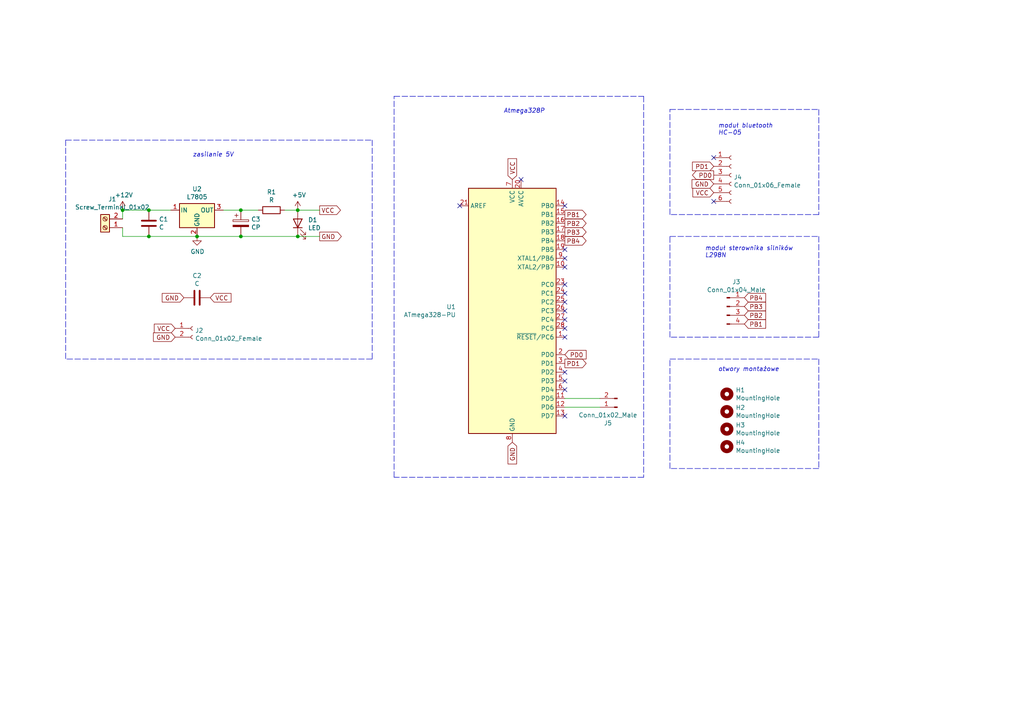
<source format=kicad_sch>
(kicad_sch (version 20211123) (generator eeschema)

  (uuid 8e06ba1f-e3ba-4eb9-a10e-887dffd566d6)

  (paper "A4")

  (lib_symbols
    (symbol "Connector:Conn_01x02_Female" (pin_names (offset 1.016) hide) (in_bom yes) (on_board yes)
      (property "Reference" "J" (id 0) (at 0 2.54 0)
        (effects (font (size 1.27 1.27)))
      )
      (property "Value" "Conn_01x02_Female" (id 1) (at 0 -5.08 0)
        (effects (font (size 1.27 1.27)))
      )
      (property "Footprint" "" (id 2) (at 0 0 0)
        (effects (font (size 1.27 1.27)) hide)
      )
      (property "Datasheet" "~" (id 3) (at 0 0 0)
        (effects (font (size 1.27 1.27)) hide)
      )
      (property "ki_keywords" "connector" (id 4) (at 0 0 0)
        (effects (font (size 1.27 1.27)) hide)
      )
      (property "ki_description" "Generic connector, single row, 01x02, script generated (kicad-library-utils/schlib/autogen/connector/)" (id 5) (at 0 0 0)
        (effects (font (size 1.27 1.27)) hide)
      )
      (property "ki_fp_filters" "Connector*:*_1x??_*" (id 6) (at 0 0 0)
        (effects (font (size 1.27 1.27)) hide)
      )
      (symbol "Conn_01x02_Female_1_1"
        (arc (start 0 -2.032) (mid -0.508 -2.54) (end 0 -3.048)
          (stroke (width 0.1524) (type default) (color 0 0 0 0))
          (fill (type none))
        )
        (polyline
          (pts
            (xy -1.27 -2.54)
            (xy -0.508 -2.54)
          )
          (stroke (width 0.1524) (type default) (color 0 0 0 0))
          (fill (type none))
        )
        (polyline
          (pts
            (xy -1.27 0)
            (xy -0.508 0)
          )
          (stroke (width 0.1524) (type default) (color 0 0 0 0))
          (fill (type none))
        )
        (arc (start 0 0.508) (mid -0.508 0) (end 0 -0.508)
          (stroke (width 0.1524) (type default) (color 0 0 0 0))
          (fill (type none))
        )
        (pin passive line (at -5.08 0 0) (length 3.81)
          (name "Pin_1" (effects (font (size 1.27 1.27))))
          (number "1" (effects (font (size 1.27 1.27))))
        )
        (pin passive line (at -5.08 -2.54 0) (length 3.81)
          (name "Pin_2" (effects (font (size 1.27 1.27))))
          (number "2" (effects (font (size 1.27 1.27))))
        )
      )
    )
    (symbol "Connector:Conn_01x02_Male" (pin_names (offset 1.016) hide) (in_bom yes) (on_board yes)
      (property "Reference" "J" (id 0) (at 0 2.54 0)
        (effects (font (size 1.27 1.27)))
      )
      (property "Value" "Conn_01x02_Male" (id 1) (at 0 -5.08 0)
        (effects (font (size 1.27 1.27)))
      )
      (property "Footprint" "" (id 2) (at 0 0 0)
        (effects (font (size 1.27 1.27)) hide)
      )
      (property "Datasheet" "~" (id 3) (at 0 0 0)
        (effects (font (size 1.27 1.27)) hide)
      )
      (property "ki_keywords" "connector" (id 4) (at 0 0 0)
        (effects (font (size 1.27 1.27)) hide)
      )
      (property "ki_description" "Generic connector, single row, 01x02, script generated (kicad-library-utils/schlib/autogen/connector/)" (id 5) (at 0 0 0)
        (effects (font (size 1.27 1.27)) hide)
      )
      (property "ki_fp_filters" "Connector*:*_1x??_*" (id 6) (at 0 0 0)
        (effects (font (size 1.27 1.27)) hide)
      )
      (symbol "Conn_01x02_Male_1_1"
        (polyline
          (pts
            (xy 1.27 -2.54)
            (xy 0.8636 -2.54)
          )
          (stroke (width 0.1524) (type default) (color 0 0 0 0))
          (fill (type none))
        )
        (polyline
          (pts
            (xy 1.27 0)
            (xy 0.8636 0)
          )
          (stroke (width 0.1524) (type default) (color 0 0 0 0))
          (fill (type none))
        )
        (rectangle (start 0.8636 -2.413) (end 0 -2.667)
          (stroke (width 0.1524) (type default) (color 0 0 0 0))
          (fill (type outline))
        )
        (rectangle (start 0.8636 0.127) (end 0 -0.127)
          (stroke (width 0.1524) (type default) (color 0 0 0 0))
          (fill (type outline))
        )
        (pin passive line (at 5.08 0 180) (length 3.81)
          (name "Pin_1" (effects (font (size 1.27 1.27))))
          (number "1" (effects (font (size 1.27 1.27))))
        )
        (pin passive line (at 5.08 -2.54 180) (length 3.81)
          (name "Pin_2" (effects (font (size 1.27 1.27))))
          (number "2" (effects (font (size 1.27 1.27))))
        )
      )
    )
    (symbol "Connector:Conn_01x04_Male" (pin_names (offset 1.016) hide) (in_bom yes) (on_board yes)
      (property "Reference" "J" (id 0) (at 0 5.08 0)
        (effects (font (size 1.27 1.27)))
      )
      (property "Value" "Conn_01x04_Male" (id 1) (at 0 -7.62 0)
        (effects (font (size 1.27 1.27)))
      )
      (property "Footprint" "" (id 2) (at 0 0 0)
        (effects (font (size 1.27 1.27)) hide)
      )
      (property "Datasheet" "~" (id 3) (at 0 0 0)
        (effects (font (size 1.27 1.27)) hide)
      )
      (property "ki_keywords" "connector" (id 4) (at 0 0 0)
        (effects (font (size 1.27 1.27)) hide)
      )
      (property "ki_description" "Generic connector, single row, 01x04, script generated (kicad-library-utils/schlib/autogen/connector/)" (id 5) (at 0 0 0)
        (effects (font (size 1.27 1.27)) hide)
      )
      (property "ki_fp_filters" "Connector*:*_1x??_*" (id 6) (at 0 0 0)
        (effects (font (size 1.27 1.27)) hide)
      )
      (symbol "Conn_01x04_Male_1_1"
        (polyline
          (pts
            (xy 1.27 -5.08)
            (xy 0.8636 -5.08)
          )
          (stroke (width 0.1524) (type default) (color 0 0 0 0))
          (fill (type none))
        )
        (polyline
          (pts
            (xy 1.27 -2.54)
            (xy 0.8636 -2.54)
          )
          (stroke (width 0.1524) (type default) (color 0 0 0 0))
          (fill (type none))
        )
        (polyline
          (pts
            (xy 1.27 0)
            (xy 0.8636 0)
          )
          (stroke (width 0.1524) (type default) (color 0 0 0 0))
          (fill (type none))
        )
        (polyline
          (pts
            (xy 1.27 2.54)
            (xy 0.8636 2.54)
          )
          (stroke (width 0.1524) (type default) (color 0 0 0 0))
          (fill (type none))
        )
        (rectangle (start 0.8636 -4.953) (end 0 -5.207)
          (stroke (width 0.1524) (type default) (color 0 0 0 0))
          (fill (type outline))
        )
        (rectangle (start 0.8636 -2.413) (end 0 -2.667)
          (stroke (width 0.1524) (type default) (color 0 0 0 0))
          (fill (type outline))
        )
        (rectangle (start 0.8636 0.127) (end 0 -0.127)
          (stroke (width 0.1524) (type default) (color 0 0 0 0))
          (fill (type outline))
        )
        (rectangle (start 0.8636 2.667) (end 0 2.413)
          (stroke (width 0.1524) (type default) (color 0 0 0 0))
          (fill (type outline))
        )
        (pin passive line (at 5.08 2.54 180) (length 3.81)
          (name "Pin_1" (effects (font (size 1.27 1.27))))
          (number "1" (effects (font (size 1.27 1.27))))
        )
        (pin passive line (at 5.08 0 180) (length 3.81)
          (name "Pin_2" (effects (font (size 1.27 1.27))))
          (number "2" (effects (font (size 1.27 1.27))))
        )
        (pin passive line (at 5.08 -2.54 180) (length 3.81)
          (name "Pin_3" (effects (font (size 1.27 1.27))))
          (number "3" (effects (font (size 1.27 1.27))))
        )
        (pin passive line (at 5.08 -5.08 180) (length 3.81)
          (name "Pin_4" (effects (font (size 1.27 1.27))))
          (number "4" (effects (font (size 1.27 1.27))))
        )
      )
    )
    (symbol "Connector:Conn_01x06_Female" (pin_names (offset 1.016) hide) (in_bom yes) (on_board yes)
      (property "Reference" "J" (id 0) (at 0 7.62 0)
        (effects (font (size 1.27 1.27)))
      )
      (property "Value" "Conn_01x06_Female" (id 1) (at 0 -10.16 0)
        (effects (font (size 1.27 1.27)))
      )
      (property "Footprint" "" (id 2) (at 0 0 0)
        (effects (font (size 1.27 1.27)) hide)
      )
      (property "Datasheet" "~" (id 3) (at 0 0 0)
        (effects (font (size 1.27 1.27)) hide)
      )
      (property "ki_keywords" "connector" (id 4) (at 0 0 0)
        (effects (font (size 1.27 1.27)) hide)
      )
      (property "ki_description" "Generic connector, single row, 01x06, script generated (kicad-library-utils/schlib/autogen/connector/)" (id 5) (at 0 0 0)
        (effects (font (size 1.27 1.27)) hide)
      )
      (property "ki_fp_filters" "Connector*:*_1x??_*" (id 6) (at 0 0 0)
        (effects (font (size 1.27 1.27)) hide)
      )
      (symbol "Conn_01x06_Female_1_1"
        (arc (start 0 -7.112) (mid -0.508 -7.62) (end 0 -8.128)
          (stroke (width 0.1524) (type default) (color 0 0 0 0))
          (fill (type none))
        )
        (arc (start 0 -4.572) (mid -0.508 -5.08) (end 0 -5.588)
          (stroke (width 0.1524) (type default) (color 0 0 0 0))
          (fill (type none))
        )
        (arc (start 0 -2.032) (mid -0.508 -2.54) (end 0 -3.048)
          (stroke (width 0.1524) (type default) (color 0 0 0 0))
          (fill (type none))
        )
        (polyline
          (pts
            (xy -1.27 -7.62)
            (xy -0.508 -7.62)
          )
          (stroke (width 0.1524) (type default) (color 0 0 0 0))
          (fill (type none))
        )
        (polyline
          (pts
            (xy -1.27 -5.08)
            (xy -0.508 -5.08)
          )
          (stroke (width 0.1524) (type default) (color 0 0 0 0))
          (fill (type none))
        )
        (polyline
          (pts
            (xy -1.27 -2.54)
            (xy -0.508 -2.54)
          )
          (stroke (width 0.1524) (type default) (color 0 0 0 0))
          (fill (type none))
        )
        (polyline
          (pts
            (xy -1.27 0)
            (xy -0.508 0)
          )
          (stroke (width 0.1524) (type default) (color 0 0 0 0))
          (fill (type none))
        )
        (polyline
          (pts
            (xy -1.27 2.54)
            (xy -0.508 2.54)
          )
          (stroke (width 0.1524) (type default) (color 0 0 0 0))
          (fill (type none))
        )
        (polyline
          (pts
            (xy -1.27 5.08)
            (xy -0.508 5.08)
          )
          (stroke (width 0.1524) (type default) (color 0 0 0 0))
          (fill (type none))
        )
        (arc (start 0 0.508) (mid -0.508 0) (end 0 -0.508)
          (stroke (width 0.1524) (type default) (color 0 0 0 0))
          (fill (type none))
        )
        (arc (start 0 3.048) (mid -0.508 2.54) (end 0 2.032)
          (stroke (width 0.1524) (type default) (color 0 0 0 0))
          (fill (type none))
        )
        (arc (start 0 5.588) (mid -0.508 5.08) (end 0 4.572)
          (stroke (width 0.1524) (type default) (color 0 0 0 0))
          (fill (type none))
        )
        (pin passive line (at -5.08 5.08 0) (length 3.81)
          (name "Pin_1" (effects (font (size 1.27 1.27))))
          (number "1" (effects (font (size 1.27 1.27))))
        )
        (pin passive line (at -5.08 2.54 0) (length 3.81)
          (name "Pin_2" (effects (font (size 1.27 1.27))))
          (number "2" (effects (font (size 1.27 1.27))))
        )
        (pin passive line (at -5.08 0 0) (length 3.81)
          (name "Pin_3" (effects (font (size 1.27 1.27))))
          (number "3" (effects (font (size 1.27 1.27))))
        )
        (pin passive line (at -5.08 -2.54 0) (length 3.81)
          (name "Pin_4" (effects (font (size 1.27 1.27))))
          (number "4" (effects (font (size 1.27 1.27))))
        )
        (pin passive line (at -5.08 -5.08 0) (length 3.81)
          (name "Pin_5" (effects (font (size 1.27 1.27))))
          (number "5" (effects (font (size 1.27 1.27))))
        )
        (pin passive line (at -5.08 -7.62 0) (length 3.81)
          (name "Pin_6" (effects (font (size 1.27 1.27))))
          (number "6" (effects (font (size 1.27 1.27))))
        )
      )
    )
    (symbol "Connector:Screw_Terminal_01x02" (pin_names (offset 1.016) hide) (in_bom yes) (on_board yes)
      (property "Reference" "J" (id 0) (at 0 2.54 0)
        (effects (font (size 1.27 1.27)))
      )
      (property "Value" "Screw_Terminal_01x02" (id 1) (at 0 -5.08 0)
        (effects (font (size 1.27 1.27)))
      )
      (property "Footprint" "" (id 2) (at 0 0 0)
        (effects (font (size 1.27 1.27)) hide)
      )
      (property "Datasheet" "~" (id 3) (at 0 0 0)
        (effects (font (size 1.27 1.27)) hide)
      )
      (property "ki_keywords" "screw terminal" (id 4) (at 0 0 0)
        (effects (font (size 1.27 1.27)) hide)
      )
      (property "ki_description" "Generic screw terminal, single row, 01x02, script generated (kicad-library-utils/schlib/autogen/connector/)" (id 5) (at 0 0 0)
        (effects (font (size 1.27 1.27)) hide)
      )
      (property "ki_fp_filters" "TerminalBlock*:*" (id 6) (at 0 0 0)
        (effects (font (size 1.27 1.27)) hide)
      )
      (symbol "Screw_Terminal_01x02_1_1"
        (rectangle (start -1.27 1.27) (end 1.27 -3.81)
          (stroke (width 0.254) (type default) (color 0 0 0 0))
          (fill (type background))
        )
        (circle (center 0 -2.54) (radius 0.635)
          (stroke (width 0.1524) (type default) (color 0 0 0 0))
          (fill (type none))
        )
        (polyline
          (pts
            (xy -0.5334 -2.2098)
            (xy 0.3302 -3.048)
          )
          (stroke (width 0.1524) (type default) (color 0 0 0 0))
          (fill (type none))
        )
        (polyline
          (pts
            (xy -0.5334 0.3302)
            (xy 0.3302 -0.508)
          )
          (stroke (width 0.1524) (type default) (color 0 0 0 0))
          (fill (type none))
        )
        (polyline
          (pts
            (xy -0.3556 -2.032)
            (xy 0.508 -2.8702)
          )
          (stroke (width 0.1524) (type default) (color 0 0 0 0))
          (fill (type none))
        )
        (polyline
          (pts
            (xy -0.3556 0.508)
            (xy 0.508 -0.3302)
          )
          (stroke (width 0.1524) (type default) (color 0 0 0 0))
          (fill (type none))
        )
        (circle (center 0 0) (radius 0.635)
          (stroke (width 0.1524) (type default) (color 0 0 0 0))
          (fill (type none))
        )
        (pin passive line (at -5.08 0 0) (length 3.81)
          (name "Pin_1" (effects (font (size 1.27 1.27))))
          (number "1" (effects (font (size 1.27 1.27))))
        )
        (pin passive line (at -5.08 -2.54 0) (length 3.81)
          (name "Pin_2" (effects (font (size 1.27 1.27))))
          (number "2" (effects (font (size 1.27 1.27))))
        )
      )
    )
    (symbol "Device:C" (pin_numbers hide) (pin_names (offset 0.254)) (in_bom yes) (on_board yes)
      (property "Reference" "C" (id 0) (at 0.635 2.54 0)
        (effects (font (size 1.27 1.27)) (justify left))
      )
      (property "Value" "C" (id 1) (at 0.635 -2.54 0)
        (effects (font (size 1.27 1.27)) (justify left))
      )
      (property "Footprint" "" (id 2) (at 0.9652 -3.81 0)
        (effects (font (size 1.27 1.27)) hide)
      )
      (property "Datasheet" "~" (id 3) (at 0 0 0)
        (effects (font (size 1.27 1.27)) hide)
      )
      (property "ki_keywords" "cap capacitor" (id 4) (at 0 0 0)
        (effects (font (size 1.27 1.27)) hide)
      )
      (property "ki_description" "Unpolarized capacitor" (id 5) (at 0 0 0)
        (effects (font (size 1.27 1.27)) hide)
      )
      (property "ki_fp_filters" "C_*" (id 6) (at 0 0 0)
        (effects (font (size 1.27 1.27)) hide)
      )
      (symbol "C_0_1"
        (polyline
          (pts
            (xy -2.032 -0.762)
            (xy 2.032 -0.762)
          )
          (stroke (width 0.508) (type default) (color 0 0 0 0))
          (fill (type none))
        )
        (polyline
          (pts
            (xy -2.032 0.762)
            (xy 2.032 0.762)
          )
          (stroke (width 0.508) (type default) (color 0 0 0 0))
          (fill (type none))
        )
      )
      (symbol "C_1_1"
        (pin passive line (at 0 3.81 270) (length 2.794)
          (name "~" (effects (font (size 1.27 1.27))))
          (number "1" (effects (font (size 1.27 1.27))))
        )
        (pin passive line (at 0 -3.81 90) (length 2.794)
          (name "~" (effects (font (size 1.27 1.27))))
          (number "2" (effects (font (size 1.27 1.27))))
        )
      )
    )
    (symbol "Device:CP" (pin_numbers hide) (pin_names (offset 0.254)) (in_bom yes) (on_board yes)
      (property "Reference" "C" (id 0) (at 0.635 2.54 0)
        (effects (font (size 1.27 1.27)) (justify left))
      )
      (property "Value" "Device_CP" (id 1) (at 0.635 -2.54 0)
        (effects (font (size 1.27 1.27)) (justify left))
      )
      (property "Footprint" "" (id 2) (at 0.9652 -3.81 0)
        (effects (font (size 1.27 1.27)) hide)
      )
      (property "Datasheet" "" (id 3) (at 0 0 0)
        (effects (font (size 1.27 1.27)) hide)
      )
      (property "ki_fp_filters" "CP_*" (id 4) (at 0 0 0)
        (effects (font (size 1.27 1.27)) hide)
      )
      (symbol "CP_0_1"
        (rectangle (start -2.286 0.508) (end 2.286 1.016)
          (stroke (width 0) (type default) (color 0 0 0 0))
          (fill (type none))
        )
        (polyline
          (pts
            (xy -1.778 2.286)
            (xy -0.762 2.286)
          )
          (stroke (width 0) (type default) (color 0 0 0 0))
          (fill (type none))
        )
        (polyline
          (pts
            (xy -1.27 2.794)
            (xy -1.27 1.778)
          )
          (stroke (width 0) (type default) (color 0 0 0 0))
          (fill (type none))
        )
        (rectangle (start 2.286 -0.508) (end -2.286 -1.016)
          (stroke (width 0) (type default) (color 0 0 0 0))
          (fill (type outline))
        )
      )
      (symbol "CP_1_1"
        (pin passive line (at 0 3.81 270) (length 2.794)
          (name "~" (effects (font (size 1.27 1.27))))
          (number "1" (effects (font (size 1.27 1.27))))
        )
        (pin passive line (at 0 -3.81 90) (length 2.794)
          (name "~" (effects (font (size 1.27 1.27))))
          (number "2" (effects (font (size 1.27 1.27))))
        )
      )
    )
    (symbol "Device:LED" (pin_numbers hide) (pin_names (offset 1.016) hide) (in_bom yes) (on_board yes)
      (property "Reference" "D" (id 0) (at 0 2.54 0)
        (effects (font (size 1.27 1.27)))
      )
      (property "Value" "LED" (id 1) (at 0 -2.54 0)
        (effects (font (size 1.27 1.27)))
      )
      (property "Footprint" "" (id 2) (at 0 0 0)
        (effects (font (size 1.27 1.27)) hide)
      )
      (property "Datasheet" "~" (id 3) (at 0 0 0)
        (effects (font (size 1.27 1.27)) hide)
      )
      (property "ki_keywords" "LED diode" (id 4) (at 0 0 0)
        (effects (font (size 1.27 1.27)) hide)
      )
      (property "ki_description" "Light emitting diode" (id 5) (at 0 0 0)
        (effects (font (size 1.27 1.27)) hide)
      )
      (property "ki_fp_filters" "LED* LED_SMD:* LED_THT:*" (id 6) (at 0 0 0)
        (effects (font (size 1.27 1.27)) hide)
      )
      (symbol "LED_0_1"
        (polyline
          (pts
            (xy -1.27 -1.27)
            (xy -1.27 1.27)
          )
          (stroke (width 0.254) (type default) (color 0 0 0 0))
          (fill (type none))
        )
        (polyline
          (pts
            (xy -1.27 0)
            (xy 1.27 0)
          )
          (stroke (width 0) (type default) (color 0 0 0 0))
          (fill (type none))
        )
        (polyline
          (pts
            (xy 1.27 -1.27)
            (xy 1.27 1.27)
            (xy -1.27 0)
            (xy 1.27 -1.27)
          )
          (stroke (width 0.254) (type default) (color 0 0 0 0))
          (fill (type none))
        )
        (polyline
          (pts
            (xy -3.048 -0.762)
            (xy -4.572 -2.286)
            (xy -3.81 -2.286)
            (xy -4.572 -2.286)
            (xy -4.572 -1.524)
          )
          (stroke (width 0) (type default) (color 0 0 0 0))
          (fill (type none))
        )
        (polyline
          (pts
            (xy -1.778 -0.762)
            (xy -3.302 -2.286)
            (xy -2.54 -2.286)
            (xy -3.302 -2.286)
            (xy -3.302 -1.524)
          )
          (stroke (width 0) (type default) (color 0 0 0 0))
          (fill (type none))
        )
      )
      (symbol "LED_1_1"
        (pin passive line (at -3.81 0 0) (length 2.54)
          (name "K" (effects (font (size 1.27 1.27))))
          (number "1" (effects (font (size 1.27 1.27))))
        )
        (pin passive line (at 3.81 0 180) (length 2.54)
          (name "A" (effects (font (size 1.27 1.27))))
          (number "2" (effects (font (size 1.27 1.27))))
        )
      )
    )
    (symbol "Device:R" (pin_numbers hide) (pin_names (offset 0)) (in_bom yes) (on_board yes)
      (property "Reference" "R" (id 0) (at 2.032 0 90)
        (effects (font (size 1.27 1.27)))
      )
      (property "Value" "R" (id 1) (at 0 0 90)
        (effects (font (size 1.27 1.27)))
      )
      (property "Footprint" "" (id 2) (at -1.778 0 90)
        (effects (font (size 1.27 1.27)) hide)
      )
      (property "Datasheet" "~" (id 3) (at 0 0 0)
        (effects (font (size 1.27 1.27)) hide)
      )
      (property "ki_keywords" "R res resistor" (id 4) (at 0 0 0)
        (effects (font (size 1.27 1.27)) hide)
      )
      (property "ki_description" "Resistor" (id 5) (at 0 0 0)
        (effects (font (size 1.27 1.27)) hide)
      )
      (property "ki_fp_filters" "R_*" (id 6) (at 0 0 0)
        (effects (font (size 1.27 1.27)) hide)
      )
      (symbol "R_0_1"
        (rectangle (start -1.016 -2.54) (end 1.016 2.54)
          (stroke (width 0.254) (type default) (color 0 0 0 0))
          (fill (type none))
        )
      )
      (symbol "R_1_1"
        (pin passive line (at 0 3.81 270) (length 1.27)
          (name "~" (effects (font (size 1.27 1.27))))
          (number "1" (effects (font (size 1.27 1.27))))
        )
        (pin passive line (at 0 -3.81 90) (length 1.27)
          (name "~" (effects (font (size 1.27 1.27))))
          (number "2" (effects (font (size 1.27 1.27))))
        )
      )
    )
    (symbol "MCU_Microchip_ATmega:ATmega328P-P" (in_bom yes) (on_board yes)
      (property "Reference" "U" (id 0) (at -12.7 36.83 0)
        (effects (font (size 1.27 1.27)) (justify left bottom))
      )
      (property "Value" "ATmega328P-P" (id 1) (at 2.54 -36.83 0)
        (effects (font (size 1.27 1.27)) (justify left top))
      )
      (property "Footprint" "Package_DIP:DIP-28_W7.62mm" (id 2) (at 0 0 0)
        (effects (font (size 1.27 1.27) italic) hide)
      )
      (property "Datasheet" "http://ww1.microchip.com/downloads/en/DeviceDoc/ATmega328_P%20AVR%20MCU%20with%20picoPower%20Technology%20Data%20Sheet%2040001984A.pdf" (id 3) (at 0 0 0)
        (effects (font (size 1.27 1.27)) hide)
      )
      (property "ki_keywords" "AVR 8bit Microcontroller MegaAVR PicoPower" (id 4) (at 0 0 0)
        (effects (font (size 1.27 1.27)) hide)
      )
      (property "ki_description" "20MHz, 32kB Flash, 2kB SRAM, 1kB EEPROM, DIP-28" (id 5) (at 0 0 0)
        (effects (font (size 1.27 1.27)) hide)
      )
      (property "ki_fp_filters" "DIP*W7.62mm*" (id 6) (at 0 0 0)
        (effects (font (size 1.27 1.27)) hide)
      )
      (symbol "ATmega328P-P_0_1"
        (rectangle (start -12.7 -35.56) (end 12.7 35.56)
          (stroke (width 0.254) (type default) (color 0 0 0 0))
          (fill (type background))
        )
      )
      (symbol "ATmega328P-P_1_1"
        (pin bidirectional line (at 15.24 -7.62 180) (length 2.54)
          (name "~{RESET}/PC6" (effects (font (size 1.27 1.27))))
          (number "1" (effects (font (size 1.27 1.27))))
        )
        (pin bidirectional line (at 15.24 12.7 180) (length 2.54)
          (name "XTAL2/PB7" (effects (font (size 1.27 1.27))))
          (number "10" (effects (font (size 1.27 1.27))))
        )
        (pin bidirectional line (at 15.24 -25.4 180) (length 2.54)
          (name "PD5" (effects (font (size 1.27 1.27))))
          (number "11" (effects (font (size 1.27 1.27))))
        )
        (pin bidirectional line (at 15.24 -27.94 180) (length 2.54)
          (name "PD6" (effects (font (size 1.27 1.27))))
          (number "12" (effects (font (size 1.27 1.27))))
        )
        (pin bidirectional line (at 15.24 -30.48 180) (length 2.54)
          (name "PD7" (effects (font (size 1.27 1.27))))
          (number "13" (effects (font (size 1.27 1.27))))
        )
        (pin bidirectional line (at 15.24 30.48 180) (length 2.54)
          (name "PB0" (effects (font (size 1.27 1.27))))
          (number "14" (effects (font (size 1.27 1.27))))
        )
        (pin bidirectional line (at 15.24 27.94 180) (length 2.54)
          (name "PB1" (effects (font (size 1.27 1.27))))
          (number "15" (effects (font (size 1.27 1.27))))
        )
        (pin bidirectional line (at 15.24 25.4 180) (length 2.54)
          (name "PB2" (effects (font (size 1.27 1.27))))
          (number "16" (effects (font (size 1.27 1.27))))
        )
        (pin bidirectional line (at 15.24 22.86 180) (length 2.54)
          (name "PB3" (effects (font (size 1.27 1.27))))
          (number "17" (effects (font (size 1.27 1.27))))
        )
        (pin bidirectional line (at 15.24 20.32 180) (length 2.54)
          (name "PB4" (effects (font (size 1.27 1.27))))
          (number "18" (effects (font (size 1.27 1.27))))
        )
        (pin bidirectional line (at 15.24 17.78 180) (length 2.54)
          (name "PB5" (effects (font (size 1.27 1.27))))
          (number "19" (effects (font (size 1.27 1.27))))
        )
        (pin bidirectional line (at 15.24 -12.7 180) (length 2.54)
          (name "PD0" (effects (font (size 1.27 1.27))))
          (number "2" (effects (font (size 1.27 1.27))))
        )
        (pin power_in line (at 2.54 38.1 270) (length 2.54)
          (name "AVCC" (effects (font (size 1.27 1.27))))
          (number "20" (effects (font (size 1.27 1.27))))
        )
        (pin passive line (at -15.24 30.48 0) (length 2.54)
          (name "AREF" (effects (font (size 1.27 1.27))))
          (number "21" (effects (font (size 1.27 1.27))))
        )
        (pin passive line (at 0 -38.1 90) (length 2.54) hide
          (name "GND" (effects (font (size 1.27 1.27))))
          (number "22" (effects (font (size 1.27 1.27))))
        )
        (pin bidirectional line (at 15.24 7.62 180) (length 2.54)
          (name "PC0" (effects (font (size 1.27 1.27))))
          (number "23" (effects (font (size 1.27 1.27))))
        )
        (pin bidirectional line (at 15.24 5.08 180) (length 2.54)
          (name "PC1" (effects (font (size 1.27 1.27))))
          (number "24" (effects (font (size 1.27 1.27))))
        )
        (pin bidirectional line (at 15.24 2.54 180) (length 2.54)
          (name "PC2" (effects (font (size 1.27 1.27))))
          (number "25" (effects (font (size 1.27 1.27))))
        )
        (pin bidirectional line (at 15.24 0 180) (length 2.54)
          (name "PC3" (effects (font (size 1.27 1.27))))
          (number "26" (effects (font (size 1.27 1.27))))
        )
        (pin bidirectional line (at 15.24 -2.54 180) (length 2.54)
          (name "PC4" (effects (font (size 1.27 1.27))))
          (number "27" (effects (font (size 1.27 1.27))))
        )
        (pin bidirectional line (at 15.24 -5.08 180) (length 2.54)
          (name "PC5" (effects (font (size 1.27 1.27))))
          (number "28" (effects (font (size 1.27 1.27))))
        )
        (pin bidirectional line (at 15.24 -15.24 180) (length 2.54)
          (name "PD1" (effects (font (size 1.27 1.27))))
          (number "3" (effects (font (size 1.27 1.27))))
        )
        (pin bidirectional line (at 15.24 -17.78 180) (length 2.54)
          (name "PD2" (effects (font (size 1.27 1.27))))
          (number "4" (effects (font (size 1.27 1.27))))
        )
        (pin bidirectional line (at 15.24 -20.32 180) (length 2.54)
          (name "PD3" (effects (font (size 1.27 1.27))))
          (number "5" (effects (font (size 1.27 1.27))))
        )
        (pin bidirectional line (at 15.24 -22.86 180) (length 2.54)
          (name "PD4" (effects (font (size 1.27 1.27))))
          (number "6" (effects (font (size 1.27 1.27))))
        )
        (pin power_in line (at 0 38.1 270) (length 2.54)
          (name "VCC" (effects (font (size 1.27 1.27))))
          (number "7" (effects (font (size 1.27 1.27))))
        )
        (pin power_in line (at 0 -38.1 90) (length 2.54)
          (name "GND" (effects (font (size 1.27 1.27))))
          (number "8" (effects (font (size 1.27 1.27))))
        )
        (pin bidirectional line (at 15.24 15.24 180) (length 2.54)
          (name "XTAL1/PB6" (effects (font (size 1.27 1.27))))
          (number "9" (effects (font (size 1.27 1.27))))
        )
      )
    )
    (symbol "Mechanical:MountingHole" (pin_names (offset 1.016)) (in_bom yes) (on_board yes)
      (property "Reference" "H" (id 0) (at 0 5.08 0)
        (effects (font (size 1.27 1.27)))
      )
      (property "Value" "MountingHole" (id 1) (at 0 3.175 0)
        (effects (font (size 1.27 1.27)))
      )
      (property "Footprint" "" (id 2) (at 0 0 0)
        (effects (font (size 1.27 1.27)) hide)
      )
      (property "Datasheet" "~" (id 3) (at 0 0 0)
        (effects (font (size 1.27 1.27)) hide)
      )
      (property "ki_keywords" "mounting hole" (id 4) (at 0 0 0)
        (effects (font (size 1.27 1.27)) hide)
      )
      (property "ki_description" "Mounting Hole without connection" (id 5) (at 0 0 0)
        (effects (font (size 1.27 1.27)) hide)
      )
      (property "ki_fp_filters" "MountingHole*" (id 6) (at 0 0 0)
        (effects (font (size 1.27 1.27)) hide)
      )
      (symbol "MountingHole_0_1"
        (circle (center 0 0) (radius 1.27)
          (stroke (width 1.27) (type default) (color 0 0 0 0))
          (fill (type none))
        )
      )
    )
    (symbol "Regulator_Linear:L7805" (pin_names (offset 0.254)) (in_bom yes) (on_board yes)
      (property "Reference" "U" (id 0) (at -3.81 3.175 0)
        (effects (font (size 1.27 1.27)))
      )
      (property "Value" "L7805" (id 1) (at 0 3.175 0)
        (effects (font (size 1.27 1.27)) (justify left))
      )
      (property "Footprint" "" (id 2) (at 0.635 -3.81 0)
        (effects (font (size 1.27 1.27) italic) (justify left) hide)
      )
      (property "Datasheet" "http://www.st.com/content/ccc/resource/technical/document/datasheet/41/4f/b3/b0/12/d4/47/88/CD00000444.pdf/files/CD00000444.pdf/jcr:content/translations/en.CD00000444.pdf" (id 3) (at 0 -1.27 0)
        (effects (font (size 1.27 1.27)) hide)
      )
      (property "ki_keywords" "Voltage Regulator 1.5A Positive" (id 4) (at 0 0 0)
        (effects (font (size 1.27 1.27)) hide)
      )
      (property "ki_description" "Positive 1.5A 35V Linear Regulator, Fixed Output 5V, TO-220/TO-263/TO-252" (id 5) (at 0 0 0)
        (effects (font (size 1.27 1.27)) hide)
      )
      (property "ki_fp_filters" "TO?252* TO?263* TO?220*" (id 6) (at 0 0 0)
        (effects (font (size 1.27 1.27)) hide)
      )
      (symbol "L7805_0_1"
        (rectangle (start -5.08 1.905) (end 5.08 -5.08)
          (stroke (width 0.254) (type default) (color 0 0 0 0))
          (fill (type background))
        )
      )
      (symbol "L7805_1_1"
        (pin power_in line (at -7.62 0 0) (length 2.54)
          (name "IN" (effects (font (size 1.27 1.27))))
          (number "1" (effects (font (size 1.27 1.27))))
        )
        (pin power_in line (at 0 -7.62 90) (length 2.54)
          (name "GND" (effects (font (size 1.27 1.27))))
          (number "2" (effects (font (size 1.27 1.27))))
        )
        (pin power_out line (at 7.62 0 180) (length 2.54)
          (name "OUT" (effects (font (size 1.27 1.27))))
          (number "3" (effects (font (size 1.27 1.27))))
        )
      )
    )
    (symbol "power:+12V" (power) (pin_names (offset 0)) (in_bom yes) (on_board yes)
      (property "Reference" "#PWR" (id 0) (at 0 -3.81 0)
        (effects (font (size 1.27 1.27)) hide)
      )
      (property "Value" "+12V" (id 1) (at 0 3.556 0)
        (effects (font (size 1.27 1.27)))
      )
      (property "Footprint" "" (id 2) (at 0 0 0)
        (effects (font (size 1.27 1.27)) hide)
      )
      (property "Datasheet" "" (id 3) (at 0 0 0)
        (effects (font (size 1.27 1.27)) hide)
      )
      (property "ki_keywords" "power-flag" (id 4) (at 0 0 0)
        (effects (font (size 1.27 1.27)) hide)
      )
      (property "ki_description" "Power symbol creates a global label with name \"+12V\"" (id 5) (at 0 0 0)
        (effects (font (size 1.27 1.27)) hide)
      )
      (symbol "+12V_0_1"
        (polyline
          (pts
            (xy -0.762 1.27)
            (xy 0 2.54)
          )
          (stroke (width 0) (type default) (color 0 0 0 0))
          (fill (type none))
        )
        (polyline
          (pts
            (xy 0 0)
            (xy 0 2.54)
          )
          (stroke (width 0) (type default) (color 0 0 0 0))
          (fill (type none))
        )
        (polyline
          (pts
            (xy 0 2.54)
            (xy 0.762 1.27)
          )
          (stroke (width 0) (type default) (color 0 0 0 0))
          (fill (type none))
        )
      )
      (symbol "+12V_1_1"
        (pin power_in line (at 0 0 90) (length 0) hide
          (name "+12V" (effects (font (size 1.27 1.27))))
          (number "1" (effects (font (size 1.27 1.27))))
        )
      )
    )
    (symbol "power:+5V" (power) (pin_names (offset 0)) (in_bom yes) (on_board yes)
      (property "Reference" "#PWR" (id 0) (at 0 -3.81 0)
        (effects (font (size 1.27 1.27)) hide)
      )
      (property "Value" "+5V" (id 1) (at 0 3.556 0)
        (effects (font (size 1.27 1.27)))
      )
      (property "Footprint" "" (id 2) (at 0 0 0)
        (effects (font (size 1.27 1.27)) hide)
      )
      (property "Datasheet" "" (id 3) (at 0 0 0)
        (effects (font (size 1.27 1.27)) hide)
      )
      (property "ki_keywords" "power-flag" (id 4) (at 0 0 0)
        (effects (font (size 1.27 1.27)) hide)
      )
      (property "ki_description" "Power symbol creates a global label with name \"+5V\"" (id 5) (at 0 0 0)
        (effects (font (size 1.27 1.27)) hide)
      )
      (symbol "+5V_0_1"
        (polyline
          (pts
            (xy -0.762 1.27)
            (xy 0 2.54)
          )
          (stroke (width 0) (type default) (color 0 0 0 0))
          (fill (type none))
        )
        (polyline
          (pts
            (xy 0 0)
            (xy 0 2.54)
          )
          (stroke (width 0) (type default) (color 0 0 0 0))
          (fill (type none))
        )
        (polyline
          (pts
            (xy 0 2.54)
            (xy 0.762 1.27)
          )
          (stroke (width 0) (type default) (color 0 0 0 0))
          (fill (type none))
        )
      )
      (symbol "+5V_1_1"
        (pin power_in line (at 0 0 90) (length 0) hide
          (name "+5V" (effects (font (size 1.27 1.27))))
          (number "1" (effects (font (size 1.27 1.27))))
        )
      )
    )
    (symbol "power:GND" (power) (pin_names (offset 0)) (in_bom yes) (on_board yes)
      (property "Reference" "#PWR" (id 0) (at 0 -6.35 0)
        (effects (font (size 1.27 1.27)) hide)
      )
      (property "Value" "GND" (id 1) (at 0 -3.81 0)
        (effects (font (size 1.27 1.27)))
      )
      (property "Footprint" "" (id 2) (at 0 0 0)
        (effects (font (size 1.27 1.27)) hide)
      )
      (property "Datasheet" "" (id 3) (at 0 0 0)
        (effects (font (size 1.27 1.27)) hide)
      )
      (property "ki_keywords" "power-flag" (id 4) (at 0 0 0)
        (effects (font (size 1.27 1.27)) hide)
      )
      (property "ki_description" "Power symbol creates a global label with name \"GND\" , ground" (id 5) (at 0 0 0)
        (effects (font (size 1.27 1.27)) hide)
      )
      (symbol "GND_0_1"
        (polyline
          (pts
            (xy 0 0)
            (xy 0 -1.27)
            (xy 1.27 -1.27)
            (xy 0 -2.54)
            (xy -1.27 -1.27)
            (xy 0 -1.27)
          )
          (stroke (width 0) (type default) (color 0 0 0 0))
          (fill (type none))
        )
      )
      (symbol "GND_1_1"
        (pin power_in line (at 0 0 270) (length 0) hide
          (name "GND" (effects (font (size 1.27 1.27))))
          (number "1" (effects (font (size 1.27 1.27))))
        )
      )
    )
  )

  (junction (at 69.85 60.96) (diameter 0) (color 0 0 0 0)
    (uuid 0c3dceba-7c95-4b3d-b590-0eb581444beb)
  )
  (junction (at 86.36 68.58) (diameter 0) (color 0 0 0 0)
    (uuid 5ca4be1c-537e-4a4a-b344-d0c8ffde8546)
  )
  (junction (at 69.85 68.58) (diameter 0) (color 0 0 0 0)
    (uuid 6595b9c7-02ee-4647-bde5-6b566e35163e)
  )
  (junction (at 35.56 60.96) (diameter 0) (color 0 0 0 0)
    (uuid 7a4ce4b3-518a-4819-b8b2-5127b3347c64)
  )
  (junction (at 86.36 60.96) (diameter 0) (color 0 0 0 0)
    (uuid 853ee787-6e2c-4f32-bc75-6c17337dd3d5)
  )
  (junction (at 43.18 68.58) (diameter 0) (color 0 0 0 0)
    (uuid 8a650ebf-3f78-4ca4-a26b-a5028693e36d)
  )
  (junction (at 57.15 68.58) (diameter 0) (color 0 0 0 0)
    (uuid b1c649b1-f44d-46c7-9dea-818e75a1b87e)
  )
  (junction (at 43.18 60.96) (diameter 0) (color 0 0 0 0)
    (uuid ca87f11b-5f48-4b57-8535-68d3ec2fe5a9)
  )

  (no_connect (at 163.83 92.71) (uuid 101ef598-601d-400e-9ef6-d655fbb1dbfa))
  (no_connect (at 163.83 113.03) (uuid 35a9f71f-ba35-47f6-814e-4106ac36c51e))
  (no_connect (at 163.83 59.69) (uuid 3a52f112-cb97-43db-aaeb-20afe27664d7))
  (no_connect (at 151.13 52.07) (uuid 41acfe41-fac7-432a-a7a3-946566e2d504))
  (no_connect (at 163.83 110.49) (uuid 5b34a16c-5a14-4291-8242-ea6d6ac54372))
  (no_connect (at 133.35 59.69) (uuid 644ae9fc-3c8e-4089-866e-a12bf371c3e9))
  (no_connect (at 163.83 82.55) (uuid 65134029-dbd2-409a-85a8-13c2a33ff019))
  (no_connect (at 207.01 58.42) (uuid 676efd2f-1c48-4786-9e4b-2444f1e8f6ff))
  (no_connect (at 163.83 97.79) (uuid 6781326c-6e0d-4753-8f28-0f5c687e01f9))
  (no_connect (at 163.83 85.09) (uuid 7f2301df-e4bc-479e-a681-cc59c9a2dbbb))
  (no_connect (at 163.83 90.17) (uuid 7f52d787-caa3-4a92-b1b2-19d554dc29a4))
  (no_connect (at 163.83 74.93) (uuid 8087f566-a94d-4bbc-985b-e49ee7762296))
  (no_connect (at 207.01 45.72) (uuid 8d9a3ecc-539f-41da-8099-d37cea9c28e7))
  (no_connect (at 163.83 77.47) (uuid 98c78427-acd5-4f90-9ad6-9f61c4809aec))
  (no_connect (at 163.83 87.63) (uuid a8447faf-e0a0-4c4a-ae53-4d4b28669151))
  (no_connect (at 163.83 120.65) (uuid c094494a-f6f7-43fc-a007-4951484ddf3a))
  (no_connect (at 163.83 107.95) (uuid c701ee8e-1214-4781-a973-17bef7b6e3eb))
  (no_connect (at 163.83 95.25) (uuid c8029a4c-945d-42ca-871a-dd73ff50a1a3))
  (no_connect (at 163.83 72.39) (uuid f4eb0267-179f-46c9-b516-9bfb06bac1ba))

  (polyline (pts (xy 194.31 68.58) (xy 237.49 68.58))
    (stroke (width 0) (type default) (color 0 0 0 0))
    (uuid 00052978-ab16-4209-8e13-9b91f299937b)
  )

  (wire (pts (xy 49.53 60.96) (xy 43.18 60.96))
    (stroke (width 0) (type default) (color 0 0 0 0))
    (uuid 01e9b6e7-adf9-4ee7-9447-a588630ee4a2)
  )
  (polyline (pts (xy 107.95 40.64) (xy 107.95 104.14))
    (stroke (width 0) (type default) (color 0 0 0 0))
    (uuid 0374cf45-75c1-4043-aee1-512a9ae0e6e0)
  )
  (polyline (pts (xy 194.31 104.14) (xy 237.49 104.14))
    (stroke (width 0) (type default) (color 0 0 0 0))
    (uuid 085f570a-c405-4fb1-9e0d-f6e50f432524)
  )

  (wire (pts (xy 173.99 115.57) (xy 163.83 115.57))
    (stroke (width 0) (type default) (color 0 0 0 0))
    (uuid 099096e4-8c2a-4d84-a16f-06b4b6330e7a)
  )
  (polyline (pts (xy 186.69 27.94) (xy 186.69 138.43))
    (stroke (width 0) (type default) (color 0 0 0 0))
    (uuid 120e1aa8-9a67-49c3-b7f4-3fbfe3c184a4)
  )

  (wire (pts (xy 35.56 60.96) (xy 35.56 63.5))
    (stroke (width 0) (type default) (color 0 0 0 0))
    (uuid 16bd6381-8ac0-4bf2-9dce-ecc20c724b8d)
  )
  (polyline (pts (xy 194.31 31.75) (xy 237.49 31.75))
    (stroke (width 0) (type default) (color 0 0 0 0))
    (uuid 17dff2a5-14b1-4b13-b0b5-dee2988a7fcc)
  )

  (wire (pts (xy 82.55 60.96) (xy 86.36 60.96))
    (stroke (width 0) (type default) (color 0 0 0 0))
    (uuid 182b2d54-931d-49d6-9f39-60a752623e36)
  )
  (polyline (pts (xy 194.31 135.89) (xy 194.31 104.14))
    (stroke (width 0) (type default) (color 0 0 0 0))
    (uuid 3008e0ea-6d09-4790-b9fe-b8fa88b95cdc)
  )
  (polyline (pts (xy 237.49 62.23) (xy 194.31 62.23))
    (stroke (width 0) (type default) (color 0 0 0 0))
    (uuid 3a8016a5-49dc-4231-b945-abb9970e1754)
  )
  (polyline (pts (xy 114.3 27.94) (xy 186.69 27.94))
    (stroke (width 0) (type default) (color 0 0 0 0))
    (uuid 3e4432f6-0922-4afd-9974-33a7f60aa7d0)
  )
  (polyline (pts (xy 237.49 135.89) (xy 194.31 135.89))
    (stroke (width 0) (type default) (color 0 0 0 0))
    (uuid 4d245710-376a-4401-93aa-e52189f87cb5)
  )

  (wire (pts (xy 35.56 68.58) (xy 43.18 68.58))
    (stroke (width 0) (type default) (color 0 0 0 0))
    (uuid 4f66b314-0f62-4fb6-8c3c-f9c6a75cd3ec)
  )
  (wire (pts (xy 86.36 68.58) (xy 92.71 68.58))
    (stroke (width 0) (type default) (color 0 0 0 0))
    (uuid 57c0c267-8bf9-4cc7-b734-d71a239ac313)
  )
  (polyline (pts (xy 19.05 40.64) (xy 107.95 40.64))
    (stroke (width 0) (type default) (color 0 0 0 0))
    (uuid 69ce9e94-1b70-4c76-a718-a6f29a66e1c8)
  )
  (polyline (pts (xy 237.49 104.14) (xy 237.49 135.89))
    (stroke (width 0) (type default) (color 0 0 0 0))
    (uuid 6f4a6e26-e72d-4b2e-a829-1b0ad7d5fc8d)
  )
  (polyline (pts (xy 237.49 68.58) (xy 237.49 97.79))
    (stroke (width 0) (type default) (color 0 0 0 0))
    (uuid 6fa0f962-c1fd-4616-b577-f309007f963f)
  )

  (wire (pts (xy 64.77 60.96) (xy 69.85 60.96))
    (stroke (width 0) (type default) (color 0 0 0 0))
    (uuid 730b670c-9bcf-4dcd-9a8d-fcaa61fb0955)
  )
  (wire (pts (xy 86.36 60.96) (xy 92.71 60.96))
    (stroke (width 0) (type default) (color 0 0 0 0))
    (uuid 7cee474b-af8f-4832-b07a-c43c1ab0b464)
  )
  (wire (pts (xy 43.18 68.58) (xy 57.15 68.58))
    (stroke (width 0) (type default) (color 0 0 0 0))
    (uuid 7d928d56-093a-4ca8-aed1-414b7e703b45)
  )
  (wire (pts (xy 35.56 60.96) (xy 43.18 60.96))
    (stroke (width 0) (type default) (color 0 0 0 0))
    (uuid 85b7594c-358f-454b-b2ad-dd0b1d67ed76)
  )
  (wire (pts (xy 173.99 118.11) (xy 163.83 118.11))
    (stroke (width 0) (type default) (color 0 0 0 0))
    (uuid 87d7448e-e139-4209-ae0b-372f805267da)
  )
  (polyline (pts (xy 194.31 97.79) (xy 194.31 68.58))
    (stroke (width 0) (type default) (color 0 0 0 0))
    (uuid 8d4aa018-7559-4b5c-b238-0fc2f07994aa)
  )

  (wire (pts (xy 57.15 68.58) (xy 69.85 68.58))
    (stroke (width 0) (type default) (color 0 0 0 0))
    (uuid 965308c8-e014-459a-b9db-b8493a601c62)
  )
  (wire (pts (xy 35.56 66.04) (xy 35.56 68.58))
    (stroke (width 0) (type default) (color 0 0 0 0))
    (uuid a5cd8da1-8f7f-4f80-bb23-0317de562222)
  )
  (wire (pts (xy 74.93 60.96) (xy 69.85 60.96))
    (stroke (width 0) (type default) (color 0 0 0 0))
    (uuid abe07c9a-17c3-43b5-b7a6-ae867ac27ea7)
  )
  (polyline (pts (xy 194.31 62.23) (xy 194.31 31.75))
    (stroke (width 0) (type default) (color 0 0 0 0))
    (uuid d9672846-edcf-4f3e-a895-ecf5c6b3690d)
  )
  (polyline (pts (xy 19.05 40.64) (xy 19.05 104.14))
    (stroke (width 0) (type default) (color 0 0 0 0))
    (uuid db36a603-e755-4367-98fb-776d9144df35)
  )
  (polyline (pts (xy 186.69 138.43) (xy 114.3 138.43))
    (stroke (width 0) (type default) (color 0 0 0 0))
    (uuid e3251fa3-a91e-46f6-af36-8ea4b47a72ad)
  )
  (polyline (pts (xy 107.95 104.14) (xy 19.05 104.14))
    (stroke (width 0) (type default) (color 0 0 0 0))
    (uuid edd435ea-9787-459b-9fe6-f96ac0660539)
  )
  (polyline (pts (xy 114.3 138.43) (xy 114.3 27.94))
    (stroke (width 0) (type default) (color 0 0 0 0))
    (uuid efd765e1-5ae9-4034-98f1-3de60d2a052e)
  )

  (wire (pts (xy 69.85 68.58) (xy 86.36 68.58))
    (stroke (width 0) (type default) (color 0 0 0 0))
    (uuid f3628265-0155-43e2-a467-c40ff783e265)
  )
  (polyline (pts (xy 237.49 97.79) (xy 194.31 97.79))
    (stroke (width 0) (type default) (color 0 0 0 0))
    (uuid f8cdeb63-9d1b-42aa-ae1e-cb86d9ec0277)
  )
  (polyline (pts (xy 237.49 31.75) (xy 237.49 62.23))
    (stroke (width 0) (type default) (color 0 0 0 0))
    (uuid fd7eb3ba-e2fe-42b9-a851-07218753eaf6)
  )

  (text "moduł sterownika silników\nL298N" (at 204.47 74.93 0)
    (effects (font (size 1.27 1.27) italic) (justify left bottom))
    (uuid 4ad0fe3c-0ec7-4986-8030-c5d897a1a4be)
  )
  (text "Atmega328P\n" (at 146.05 33.02 0)
    (effects (font (size 1.27 1.27) italic) (justify left bottom))
    (uuid 61888ccd-851b-4d85-a3eb-12c48925e32f)
  )
  (text "zasilanie 5V" (at 55.88 45.72 0)
    (effects (font (size 1.27 1.27) italic) (justify left bottom))
    (uuid 73b67cca-ade7-4308-8f38-d89d99ee2162)
  )
  (text "moduł bluetooth\nHC-05" (at 208.28 39.37 0)
    (effects (font (size 1.27 1.27) italic) (justify left bottom))
    (uuid a54ec8d2-bad4-47fb-b69f-e5f7c85f4b46)
  )
  (text "otwory montażowe" (at 208.28 107.95 0)
    (effects (font (size 1.27 1.27) italic) (justify left bottom))
    (uuid afdc36aa-0d77-4562-a677-9a4d3f4ab980)
  )

  (global_label "PB2" (shape input) (at 215.9 91.44 0) (fields_autoplaced)
    (effects (font (size 1.27 1.27)) (justify left))
    (uuid 097edb1b-8998-4e70-b670-bba125982348)
    (property "Intersheet References" "${INTERSHEET_REFS}" (id 0) (at 41.91 1.27 0)
      (effects (font (size 1.27 1.27)) hide)
    )
  )
  (global_label "PD0" (shape output) (at 207.01 50.8 180) (fields_autoplaced)
    (effects (font (size 1.27 1.27)) (justify right))
    (uuid 14c51520-6d91-4098-a59a-5121f2a898f7)
    (property "Intersheet References" "${INTERSHEET_REFS}" (id 0) (at 25.4 -50.8 0)
      (effects (font (size 1.27 1.27)) hide)
    )
  )
  (global_label "GND" (shape input) (at 53.34 86.36 180) (fields_autoplaced)
    (effects (font (size 1.27 1.27)) (justify right))
    (uuid 19c56563-5fe3-442a-885b-418dbc2421eb)
    (property "Intersheet References" "${INTERSHEET_REFS}" (id 0) (at -5.08 -8.89 0)
      (effects (font (size 1.27 1.27)) hide)
    )
  )
  (global_label "VCC" (shape input) (at 207.01 55.88 180) (fields_autoplaced)
    (effects (font (size 1.27 1.27)) (justify right))
    (uuid 240e5dac-6242-47a5-bbef-f76d11c715c0)
    (property "Intersheet References" "${INTERSHEET_REFS}" (id 0) (at 25.4 -50.8 0)
      (effects (font (size 1.27 1.27)) hide)
    )
  )
  (global_label "PD1" (shape output) (at 163.83 105.41 0) (fields_autoplaced)
    (effects (font (size 1.27 1.27)) (justify left))
    (uuid 29195ea4-8218-44a1-b4bf-466bee0082e4)
    (property "Intersheet References" "${INTERSHEET_REFS}" (id 0) (at 5.08 0 0)
      (effects (font (size 1.27 1.27)) hide)
    )
  )
  (global_label "VCC" (shape input) (at 50.8 95.25 180) (fields_autoplaced)
    (effects (font (size 1.27 1.27)) (justify right))
    (uuid 34a74736-156e-4bf3-9200-cd137cfa59da)
    (property "Intersheet References" "${INTERSHEET_REFS}" (id 0) (at -38.1 1.27 0)
      (effects (font (size 1.27 1.27)) hide)
    )
  )
  (global_label "PB2" (shape output) (at 163.83 64.77 0) (fields_autoplaced)
    (effects (font (size 1.27 1.27)) (justify left))
    (uuid 382ca670-6ae8-4de6-90f9-f241d1337171)
    (property "Intersheet References" "${INTERSHEET_REFS}" (id 0) (at 5.08 0 0)
      (effects (font (size 1.27 1.27)) hide)
    )
  )
  (global_label "PB3" (shape output) (at 163.83 67.31 0) (fields_autoplaced)
    (effects (font (size 1.27 1.27)) (justify left))
    (uuid 3fd54105-4b7e-4004-9801-76ec66108a22)
    (property "Intersheet References" "${INTERSHEET_REFS}" (id 0) (at 5.08 0 0)
      (effects (font (size 1.27 1.27)) hide)
    )
  )
  (global_label "VCC" (shape input) (at 60.96 86.36 0) (fields_autoplaced)
    (effects (font (size 1.27 1.27)) (justify left))
    (uuid 5114c7bf-b955-49f3-a0a8-4b954c81bde0)
    (property "Intersheet References" "${INTERSHEET_REFS}" (id 0) (at -5.08 -8.89 0)
      (effects (font (size 1.27 1.27)) hide)
    )
  )
  (global_label "PB4" (shape output) (at 163.83 69.85 0) (fields_autoplaced)
    (effects (font (size 1.27 1.27)) (justify left))
    (uuid 5cf2db29-f7ab-499a-9907-cdeba64bf0f3)
    (property "Intersheet References" "${INTERSHEET_REFS}" (id 0) (at 5.08 0 0)
      (effects (font (size 1.27 1.27)) hide)
    )
  )
  (global_label "PB3" (shape input) (at 215.9 88.9 0) (fields_autoplaced)
    (effects (font (size 1.27 1.27)) (justify left))
    (uuid 67763d19-f622-4e1e-81e5-5b24da7c3f99)
    (property "Intersheet References" "${INTERSHEET_REFS}" (id 0) (at 41.91 1.27 0)
      (effects (font (size 1.27 1.27)) hide)
    )
  )
  (global_label "VCC" (shape output) (at 92.71 60.96 0) (fields_autoplaced)
    (effects (font (size 1.27 1.27)) (justify left))
    (uuid 6c2d26bc-6eca-436c-8025-79f817bf57d6)
    (property "Intersheet References" "${INTERSHEET_REFS}" (id 0) (at -5.08 -8.89 0)
      (effects (font (size 1.27 1.27)) hide)
    )
  )
  (global_label "PB1" (shape input) (at 215.9 93.98 0) (fields_autoplaced)
    (effects (font (size 1.27 1.27)) (justify left))
    (uuid 84e5506c-143e-495f-9aa4-d3a71622f213)
    (property "Intersheet References" "${INTERSHEET_REFS}" (id 0) (at 41.91 1.27 0)
      (effects (font (size 1.27 1.27)) hide)
    )
  )
  (global_label "VCC" (shape input) (at 148.59 52.07 90) (fields_autoplaced)
    (effects (font (size 1.27 1.27)) (justify left))
    (uuid 8d0c1d66-35ef-4a53-a28f-436a11b54f42)
    (property "Intersheet References" "${INTERSHEET_REFS}" (id 0) (at 5.08 0 0)
      (effects (font (size 1.27 1.27)) hide)
    )
  )
  (global_label "PB1" (shape output) (at 163.83 62.23 0) (fields_autoplaced)
    (effects (font (size 1.27 1.27)) (justify left))
    (uuid b0906e10-2fbc-4309-a8b4-6fc4cd1a5490)
    (property "Intersheet References" "${INTERSHEET_REFS}" (id 0) (at 5.08 0 0)
      (effects (font (size 1.27 1.27)) hide)
    )
  )
  (global_label "GND" (shape output) (at 92.71 68.58 0) (fields_autoplaced)
    (effects (font (size 1.27 1.27)) (justify left))
    (uuid c7e7067c-5f5e-48d8-ab59-df26f9b35863)
    (property "Intersheet References" "${INTERSHEET_REFS}" (id 0) (at -5.08 -8.89 0)
      (effects (font (size 1.27 1.27)) hide)
    )
  )
  (global_label "GND" (shape input) (at 148.59 128.27 270) (fields_autoplaced)
    (effects (font (size 1.27 1.27)) (justify right))
    (uuid c9667181-b3c7-4b01-b8b4-baa29a9aea63)
    (property "Intersheet References" "${INTERSHEET_REFS}" (id 0) (at 5.08 0 0)
      (effects (font (size 1.27 1.27)) hide)
    )
  )
  (global_label "PB4" (shape input) (at 215.9 86.36 0) (fields_autoplaced)
    (effects (font (size 1.27 1.27)) (justify left))
    (uuid ca5a4651-0d1d-441b-b17d-01518ef3b656)
    (property "Intersheet References" "${INTERSHEET_REFS}" (id 0) (at 41.91 1.27 0)
      (effects (font (size 1.27 1.27)) hide)
    )
  )
  (global_label "PD0" (shape input) (at 163.83 102.87 0) (fields_autoplaced)
    (effects (font (size 1.27 1.27)) (justify left))
    (uuid cff34251-839c-4da9-a0ad-85d0fc4e32af)
    (property "Intersheet References" "${INTERSHEET_REFS}" (id 0) (at 5.08 0 0)
      (effects (font (size 1.27 1.27)) hide)
    )
  )
  (global_label "GND" (shape input) (at 207.01 53.34 180) (fields_autoplaced)
    (effects (font (size 1.27 1.27)) (justify right))
    (uuid e472dac4-5b65-4920-b8b2-6065d140a69d)
    (property "Intersheet References" "${INTERSHEET_REFS}" (id 0) (at 25.4 -50.8 0)
      (effects (font (size 1.27 1.27)) hide)
    )
  )
  (global_label "GND" (shape input) (at 50.8 97.79 180) (fields_autoplaced)
    (effects (font (size 1.27 1.27)) (justify right))
    (uuid ee41cb8e-512d-41d2-81e1-3c50fff32aeb)
    (property "Intersheet References" "${INTERSHEET_REFS}" (id 0) (at -38.1 1.27 0)
      (effects (font (size 1.27 1.27)) hide)
    )
  )
  (global_label "PD1" (shape input) (at 207.01 48.26 180) (fields_autoplaced)
    (effects (font (size 1.27 1.27)) (justify right))
    (uuid f40d350f-0d3e-4f8a-b004-d950f2f8f1ba)
    (property "Intersheet References" "${INTERSHEET_REFS}" (id 0) (at 25.4 -50.8 0)
      (effects (font (size 1.27 1.27)) hide)
    )
  )

  (symbol (lib_id "MCU_Microchip_ATmega:ATmega328P-P") (at 148.59 90.17 0) (unit 1)
    (in_bom yes) (on_board yes)
    (uuid 00000000-0000-0000-0000-000061c4f3ed)
    (property "Reference" "U1" (id 0) (at 132.2324 89.0016 0)
      (effects (font (size 1.27 1.27)) (justify right))
    )
    (property "Value" "ATmega328-PU" (id 1) (at 132.2324 91.313 0)
      (effects (font (size 1.27 1.27)) (justify right))
    )
    (property "Footprint" "Package_DIP:DIP-28_W7.62mm" (id 2) (at 148.59 90.17 0)
      (effects (font (size 1.27 1.27) italic) hide)
    )
    (property "Datasheet" "http://ww1.microchip.com/downloads/en/DeviceDoc/ATmega328_P%20AVR%20MCU%20with%20picoPower%20Technology%20Data%20Sheet%2040001984A.pdf" (id 3) (at 148.59 90.17 0)
      (effects (font (size 1.27 1.27)) hide)
    )
    (pin "1" (uuid dfcbab0c-1cf6-40de-b807-16b5718f22ca))
    (pin "10" (uuid edb7a68e-48f9-48b0-8e89-9d5ba1cec0fa))
    (pin "11" (uuid daab9db4-67f2-4f0a-9872-8c9c9f886d6e))
    (pin "12" (uuid 91a4378c-9ae3-4032-a50d-65b53c7dab97))
    (pin "13" (uuid a4a8e985-877d-4bd9-a196-a3be8d47becb))
    (pin "14" (uuid 4bc9d659-73c7-4ddc-a690-bcdc21ea6700))
    (pin "15" (uuid 1fefdf64-09f8-4dd1-a385-bd06fb1ccd04))
    (pin "16" (uuid 56fe4f1e-0830-45ce-81fc-e379cb711dcf))
    (pin "17" (uuid 5e94bc2b-f136-4f30-a527-9ff2cacf90c9))
    (pin "18" (uuid e6a6c7d1-f72a-4ae0-89d1-d5aa287a3276))
    (pin "19" (uuid 8b504204-4628-4611-87c4-71714fb9c4a8))
    (pin "2" (uuid 1c8c745b-6dde-45f4-b5eb-b6aeb2360693))
    (pin "20" (uuid 66dc524d-06c4-45cb-af92-738a02c04963))
    (pin "21" (uuid d305b238-f52d-4ffa-beb2-03f6aa93f200))
    (pin "22" (uuid f85d08cc-3e7a-4130-b238-40fa085ae302))
    (pin "23" (uuid 44e25a96-e8e4-4575-9506-c2532ac7d07a))
    (pin "24" (uuid 531a88fb-ecfe-4b8f-a9d8-725644dfe554))
    (pin "25" (uuid 1a613bc6-1d83-49de-a5d1-cb6ecebc8fdf))
    (pin "26" (uuid f9f44156-7f75-4fdf-888f-e3f80e16ec5e))
    (pin "27" (uuid 5c00e5a2-326d-49d3-ae3f-99d6e9dacba0))
    (pin "28" (uuid f60f8e8e-e81a-434c-afd1-5aec8aa52daa))
    (pin "3" (uuid 4fc5083c-49c2-402b-91da-70ea04d2c119))
    (pin "4" (uuid 66850f3b-6bae-4d97-9514-106eae09b784))
    (pin "5" (uuid 57cf9eef-cbf6-43e0-b2ec-5c34da34d50e))
    (pin "6" (uuid c21e8659-c48e-4761-9ed4-12837af0304f))
    (pin "7" (uuid cbbdac1b-590a-4925-bcab-143dfdb9bde7))
    (pin "8" (uuid 53d33540-5eec-4131-bbd5-6360e60013b0))
    (pin "9" (uuid 634aef61-c2db-44f2-8e76-baab80df3427))
  )

  (symbol (lib_id "Regulator_Linear:L7805") (at 57.15 60.96 0) (unit 1)
    (in_bom yes) (on_board yes)
    (uuid 00000000-0000-0000-0000-000061c5458f)
    (property "Reference" "U2" (id 0) (at 57.15 54.8132 0))
    (property "Value" "L7805" (id 1) (at 57.15 57.1246 0))
    (property "Footprint" "Package_TO_SOT_THT:TO-220-3_Vertical" (id 2) (at 57.785 64.77 0)
      (effects (font (size 1.27 1.27) italic) (justify left) hide)
    )
    (property "Datasheet" "http://www.st.com/content/ccc/resource/technical/document/datasheet/41/4f/b3/b0/12/d4/47/88/CD00000444.pdf/files/CD00000444.pdf/jcr:content/translations/en.CD00000444.pdf" (id 3) (at 57.15 62.23 0)
      (effects (font (size 1.27 1.27)) hide)
    )
    (pin "1" (uuid 6c04f137-25de-4fd5-9b18-232acfb34ca8))
    (pin "2" (uuid 00d65f88-d5bc-4d97-8bf8-7de3dcabb4da))
    (pin "3" (uuid cd1f7a57-b53c-4b3d-be5b-b78a7a7f3868))
  )

  (symbol (lib_id "Connector:Conn_01x06_Female") (at 212.09 50.8 0) (unit 1)
    (in_bom yes) (on_board yes)
    (uuid 00000000-0000-0000-0000-000061c578ed)
    (property "Reference" "J4" (id 0) (at 212.8012 51.4096 0)
      (effects (font (size 1.27 1.27)) (justify left))
    )
    (property "Value" "Conn_01x06_Female" (id 1) (at 212.8012 53.721 0)
      (effects (font (size 1.27 1.27)) (justify left))
    )
    (property "Footprint" "Connector_PinSocket_2.54mm:PinSocket_1x06_P2.54mm_Vertical" (id 2) (at 212.09 50.8 0)
      (effects (font (size 1.27 1.27)) hide)
    )
    (property "Datasheet" "~" (id 3) (at 212.09 50.8 0)
      (effects (font (size 1.27 1.27)) hide)
    )
    (pin "1" (uuid 994a52f1-03a6-4873-85cc-077739060b94))
    (pin "2" (uuid bbbfd925-b7e1-46c3-bfb6-51fac12fe584))
    (pin "3" (uuid f14c53fd-0174-4571-a65a-d91325725f30))
    (pin "4" (uuid bae132b4-b33d-45e2-af5f-d57c476fe6cf))
    (pin "5" (uuid a4473ca6-d577-4bed-aea4-66ab56abbbd2))
    (pin "6" (uuid 7f899a00-886d-4695-b0ba-56bc5cdd5618))
  )

  (symbol (lib_id "Connector:Screw_Terminal_01x02") (at 30.48 66.04 180) (unit 1)
    (in_bom yes) (on_board yes)
    (uuid 00000000-0000-0000-0000-000061c5b78a)
    (property "Reference" "J1" (id 0) (at 32.5628 57.785 0))
    (property "Value" "Screw_Terminal_01x02" (id 1) (at 32.5628 60.0964 0))
    (property "Footprint" "TerminalBlock_Phoenix:TerminalBlock_Phoenix_MKDS-1,5-2-5.08_1x02_P5.08mm_Horizontal" (id 2) (at 30.48 66.04 0)
      (effects (font (size 1.27 1.27)) hide)
    )
    (property "Datasheet" "~" (id 3) (at 30.48 66.04 0)
      (effects (font (size 1.27 1.27)) hide)
    )
    (pin "1" (uuid a9353e24-f820-4a6e-a64d-9c6a28208987))
    (pin "2" (uuid 4d998658-105f-458b-898f-08e2cab43165))
  )

  (symbol (lib_id "Connector:Conn_01x02_Female") (at 55.88 95.25 0) (unit 1)
    (in_bom yes) (on_board yes)
    (uuid 00000000-0000-0000-0000-000061c5c643)
    (property "Reference" "J2" (id 0) (at 56.5912 95.8596 0)
      (effects (font (size 1.27 1.27)) (justify left))
    )
    (property "Value" "Conn_01x02_Female" (id 1) (at 56.5912 98.171 0)
      (effects (font (size 1.27 1.27)) (justify left))
    )
    (property "Footprint" "Connector_PinSocket_2.54mm:PinSocket_1x02_P2.54mm_Vertical" (id 2) (at 55.88 95.25 0)
      (effects (font (size 1.27 1.27)) hide)
    )
    (property "Datasheet" "~" (id 3) (at 55.88 95.25 0)
      (effects (font (size 1.27 1.27)) hide)
    )
    (pin "1" (uuid 2dda5626-122d-4049-97c2-782af1d7df3b))
    (pin "2" (uuid 81c4f974-e3a7-4ddc-9a0f-753b09fb6ca9))
  )

  (symbol (lib_id "Connector:Conn_01x04_Male") (at 210.82 88.9 0) (unit 1)
    (in_bom yes) (on_board yes)
    (uuid 00000000-0000-0000-0000-000061c5dc98)
    (property "Reference" "J3" (id 0) (at 213.5632 81.7626 0))
    (property "Value" "Conn_01x04_Male" (id 1) (at 213.5632 84.074 0))
    (property "Footprint" "Connector_PinHeader_2.54mm:PinHeader_1x04_P2.54mm_Vertical" (id 2) (at 210.82 88.9 0)
      (effects (font (size 1.27 1.27)) hide)
    )
    (property "Datasheet" "~" (id 3) (at 210.82 88.9 0)
      (effects (font (size 1.27 1.27)) hide)
    )
    (pin "1" (uuid 7ca45eb9-a6e3-4bdf-b55d-1a26a2b2f26e))
    (pin "2" (uuid cef194c4-8c2a-48f9-a5fa-a864f7f69fea))
    (pin "3" (uuid c5c307f0-14f5-40b7-9355-b7aae02fc8fa))
    (pin "4" (uuid ced1f0c3-9c49-449a-b827-7dd8156323fe))
  )

  (symbol (lib_id "Connector:Conn_01x02_Male") (at 179.07 118.11 180) (unit 1)
    (in_bom yes) (on_board yes)
    (uuid 00000000-0000-0000-0000-000061c5edda)
    (property "Reference" "J5" (id 0) (at 176.3268 122.7074 0))
    (property "Value" "Conn_01x02_Male" (id 1) (at 176.3268 120.396 0))
    (property "Footprint" "Connector_PinHeader_2.54mm:PinHeader_1x02_P2.54mm_Vertical" (id 2) (at 179.07 118.11 0)
      (effects (font (size 1.27 1.27)) hide)
    )
    (property "Datasheet" "~" (id 3) (at 179.07 118.11 0)
      (effects (font (size 1.27 1.27)) hide)
    )
    (pin "1" (uuid 9f16d9af-5dab-4649-b18a-3d54032eeaf8))
    (pin "2" (uuid 000d13df-4d8e-4d68-9f8c-0b607c948838))
  )

  (symbol (lib_id "Mechanical:MountingHole") (at 210.82 114.3 0) (unit 1)
    (in_bom yes) (on_board yes)
    (uuid 00000000-0000-0000-0000-000061c65161)
    (property "Reference" "H1" (id 0) (at 213.36 113.1316 0)
      (effects (font (size 1.27 1.27)) (justify left))
    )
    (property "Value" "MountingHole" (id 1) (at 213.36 115.443 0)
      (effects (font (size 1.27 1.27)) (justify left))
    )
    (property "Footprint" "MountingHole:MountingHole_2.2mm_M2_Pad_Via" (id 2) (at 210.82 114.3 0)
      (effects (font (size 1.27 1.27)) hide)
    )
    (property "Datasheet" "~" (id 3) (at 210.82 114.3 0)
      (effects (font (size 1.27 1.27)) hide)
    )
  )

  (symbol (lib_id "Mechanical:MountingHole") (at 210.82 119.38 0) (unit 1)
    (in_bom yes) (on_board yes)
    (uuid 00000000-0000-0000-0000-000061c659cd)
    (property "Reference" "H2" (id 0) (at 213.36 118.2116 0)
      (effects (font (size 1.27 1.27)) (justify left))
    )
    (property "Value" "MountingHole" (id 1) (at 213.36 120.523 0)
      (effects (font (size 1.27 1.27)) (justify left))
    )
    (property "Footprint" "MountingHole:MountingHole_2.2mm_M2_Pad_Via" (id 2) (at 210.82 119.38 0)
      (effects (font (size 1.27 1.27)) hide)
    )
    (property "Datasheet" "~" (id 3) (at 210.82 119.38 0)
      (effects (font (size 1.27 1.27)) hide)
    )
  )

  (symbol (lib_id "Mechanical:MountingHole") (at 210.82 124.46 0) (unit 1)
    (in_bom yes) (on_board yes)
    (uuid 00000000-0000-0000-0000-000061c662b7)
    (property "Reference" "H3" (id 0) (at 213.36 123.2916 0)
      (effects (font (size 1.27 1.27)) (justify left))
    )
    (property "Value" "MountingHole" (id 1) (at 213.36 125.603 0)
      (effects (font (size 1.27 1.27)) (justify left))
    )
    (property "Footprint" "MountingHole:MountingHole_2.2mm_M2_Pad_Via" (id 2) (at 210.82 124.46 0)
      (effects (font (size 1.27 1.27)) hide)
    )
    (property "Datasheet" "~" (id 3) (at 210.82 124.46 0)
      (effects (font (size 1.27 1.27)) hide)
    )
  )

  (symbol (lib_id "Mechanical:MountingHole") (at 210.82 129.54 0) (unit 1)
    (in_bom yes) (on_board yes)
    (uuid 00000000-0000-0000-0000-000061c66ba9)
    (property "Reference" "H4" (id 0) (at 213.36 128.3716 0)
      (effects (font (size 1.27 1.27)) (justify left))
    )
    (property "Value" "MountingHole" (id 1) (at 213.36 130.683 0)
      (effects (font (size 1.27 1.27)) (justify left))
    )
    (property "Footprint" "MountingHole:MountingHole_2.2mm_M2_Pad_Via" (id 2) (at 210.82 129.54 0)
      (effects (font (size 1.27 1.27)) hide)
    )
    (property "Datasheet" "~" (id 3) (at 210.82 129.54 0)
      (effects (font (size 1.27 1.27)) hide)
    )
  )

  (symbol (lib_id "Device:C") (at 43.18 64.77 0) (unit 1)
    (in_bom yes) (on_board yes)
    (uuid 00000000-0000-0000-0000-000061c6756d)
    (property "Reference" "C1" (id 0) (at 46.101 63.6016 0)
      (effects (font (size 1.27 1.27)) (justify left))
    )
    (property "Value" "C" (id 1) (at 46.101 65.913 0)
      (effects (font (size 1.27 1.27)) (justify left))
    )
    (property "Footprint" "Capacitor_THT:C_Disc_D3.4mm_W2.1mm_P2.50mm" (id 2) (at 44.1452 68.58 0)
      (effects (font (size 1.27 1.27)) hide)
    )
    (property "Datasheet" "~" (id 3) (at 43.18 64.77 0)
      (effects (font (size 1.27 1.27)) hide)
    )
    (pin "1" (uuid 998d67e8-ae60-4b98-bd50-cf908990b6b3))
    (pin "2" (uuid 05fe7d9c-711c-4496-850c-85031d1af517))
  )

  (symbol (lib_id "Device:CP") (at 69.85 64.77 0) (unit 1)
    (in_bom yes) (on_board yes)
    (uuid 00000000-0000-0000-0000-000061c68ad0)
    (property "Reference" "C3" (id 0) (at 72.8472 63.6016 0)
      (effects (font (size 1.27 1.27)) (justify left))
    )
    (property "Value" "CP" (id 1) (at 72.8472 65.913 0)
      (effects (font (size 1.27 1.27)) (justify left))
    )
    (property "Footprint" "Capacitor_THT:CP_Radial_D4.0mm_P1.50mm" (id 2) (at 70.8152 68.58 0)
      (effects (font (size 1.27 1.27)) hide)
    )
    (property "Datasheet" "~" (id 3) (at 69.85 64.77 0)
      (effects (font (size 1.27 1.27)) hide)
    )
    (pin "1" (uuid 21494fc7-cb22-47bb-992a-637935646f2b))
    (pin "2" (uuid eb0df04c-f066-4b0b-8314-3892e2ea3405))
  )

  (symbol (lib_id "Device:R") (at 78.74 60.96 270) (unit 1)
    (in_bom yes) (on_board yes)
    (uuid 00000000-0000-0000-0000-000061c76b61)
    (property "Reference" "R1" (id 0) (at 78.74 55.7022 90))
    (property "Value" "R" (id 1) (at 78.74 58.0136 90))
    (property "Footprint" "Resistor_THT:R_Axial_DIN0207_L6.3mm_D2.5mm_P7.62mm_Horizontal" (id 2) (at 78.74 59.182 90)
      (effects (font (size 1.27 1.27)) hide)
    )
    (property "Datasheet" "~" (id 3) (at 78.74 60.96 0)
      (effects (font (size 1.27 1.27)) hide)
    )
    (pin "1" (uuid 65796aac-c07b-40b4-a5f8-22e0be5ee4d2))
    (pin "2" (uuid 6149f909-3d0b-4a1a-ba36-f05de84886f3))
  )

  (symbol (lib_id "Device:LED") (at 86.36 64.77 90) (unit 1)
    (in_bom yes) (on_board yes)
    (uuid 00000000-0000-0000-0000-000061c78a80)
    (property "Reference" "D1" (id 0) (at 89.3572 63.7794 90)
      (effects (font (size 1.27 1.27)) (justify right))
    )
    (property "Value" "LED" (id 1) (at 89.3572 66.0908 90)
      (effects (font (size 1.27 1.27)) (justify right))
    )
    (property "Footprint" "LED_THT:LED_D3.0mm" (id 2) (at 86.36 64.77 0)
      (effects (font (size 1.27 1.27)) hide)
    )
    (property "Datasheet" "~" (id 3) (at 86.36 64.77 0)
      (effects (font (size 1.27 1.27)) hide)
    )
    (pin "1" (uuid fe8762ea-8e28-48e8-9963-c1e2d0ca12a0))
    (pin "2" (uuid e57aa74f-e0e7-480f-890a-ffe4c9c33b50))
  )

  (symbol (lib_id "Device:C") (at 57.15 86.36 270) (unit 1)
    (in_bom yes) (on_board yes)
    (uuid 00000000-0000-0000-0000-000061c7d53a)
    (property "Reference" "C2" (id 0) (at 57.15 79.9592 90))
    (property "Value" "C" (id 1) (at 57.15 82.2706 90))
    (property "Footprint" "Capacitor_THT:C_Disc_D3.4mm_W2.1mm_P2.50mm" (id 2) (at 53.34 87.3252 0)
      (effects (font (size 1.27 1.27)) hide)
    )
    (property "Datasheet" "~" (id 3) (at 57.15 86.36 0)
      (effects (font (size 1.27 1.27)) hide)
    )
    (pin "1" (uuid fe4ae41e-d85a-4ca1-80f0-630fa0780c4a))
    (pin "2" (uuid 06a27df6-acf2-4d4c-a5d1-f38c7953434d))
  )

  (symbol (lib_id "power:GND") (at 57.15 68.58 0) (unit 1)
    (in_bom yes) (on_board yes)
    (uuid 00000000-0000-0000-0000-000061cb05c7)
    (property "Reference" "#PWR0101" (id 0) (at 57.15 74.93 0)
      (effects (font (size 1.27 1.27)) hide)
    )
    (property "Value" "GND" (id 1) (at 57.277 72.9742 0))
    (property "Footprint" "" (id 2) (at 57.15 68.58 0)
      (effects (font (size 1.27 1.27)) hide)
    )
    (property "Datasheet" "" (id 3) (at 57.15 68.58 0)
      (effects (font (size 1.27 1.27)) hide)
    )
    (pin "1" (uuid ef28d6a2-a382-4d16-955e-9c520a9bdfd6))
  )

  (symbol (lib_id "power:+12V") (at 35.56 60.96 0) (unit 1)
    (in_bom yes) (on_board yes)
    (uuid 00000000-0000-0000-0000-000061cb1526)
    (property "Reference" "#PWR0102" (id 0) (at 35.56 64.77 0)
      (effects (font (size 1.27 1.27)) hide)
    )
    (property "Value" "+12V" (id 1) (at 35.941 56.5658 0))
    (property "Footprint" "" (id 2) (at 35.56 60.96 0)
      (effects (font (size 1.27 1.27)) hide)
    )
    (property "Datasheet" "" (id 3) (at 35.56 60.96 0)
      (effects (font (size 1.27 1.27)) hide)
    )
    (pin "1" (uuid 6fcca9c6-dba4-4e61-adb0-66d47880d61f))
  )

  (symbol (lib_id "power:+5V") (at 86.36 60.96 0) (unit 1)
    (in_bom yes) (on_board yes)
    (uuid 00000000-0000-0000-0000-000061cb43b3)
    (property "Reference" "#PWR0103" (id 0) (at 86.36 64.77 0)
      (effects (font (size 1.27 1.27)) hide)
    )
    (property "Value" "+5V" (id 1) (at 86.741 56.5658 0))
    (property "Footprint" "" (id 2) (at 86.36 60.96 0)
      (effects (font (size 1.27 1.27)) hide)
    )
    (property "Datasheet" "" (id 3) (at 86.36 60.96 0)
      (effects (font (size 1.27 1.27)) hide)
    )
    (pin "1" (uuid 5cce388e-56eb-491e-810b-3d73332aadd8))
  )

  (sheet_instances
    (path "/" (page "1"))
  )

  (symbol_instances
    (path "/00000000-0000-0000-0000-000061cb05c7"
      (reference "#PWR0101") (unit 1) (value "GND") (footprint "")
    )
    (path "/00000000-0000-0000-0000-000061cb1526"
      (reference "#PWR0102") (unit 1) (value "+12V") (footprint "")
    )
    (path "/00000000-0000-0000-0000-000061cb43b3"
      (reference "#PWR0103") (unit 1) (value "+5V") (footprint "")
    )
    (path "/00000000-0000-0000-0000-000061c6756d"
      (reference "C1") (unit 1) (value "C") (footprint "Capacitor_THT:C_Disc_D3.4mm_W2.1mm_P2.50mm")
    )
    (path "/00000000-0000-0000-0000-000061c7d53a"
      (reference "C2") (unit 1) (value "C") (footprint "Capacitor_THT:C_Disc_D3.4mm_W2.1mm_P2.50mm")
    )
    (path "/00000000-0000-0000-0000-000061c68ad0"
      (reference "C3") (unit 1) (value "CP") (footprint "Capacitor_THT:CP_Radial_D4.0mm_P1.50mm")
    )
    (path "/00000000-0000-0000-0000-000061c78a80"
      (reference "D1") (unit 1) (value "LED") (footprint "LED_THT:LED_D3.0mm")
    )
    (path "/00000000-0000-0000-0000-000061c65161"
      (reference "H1") (unit 1) (value "MountingHole") (footprint "MountingHole:MountingHole_2.2mm_M2_Pad_Via")
    )
    (path "/00000000-0000-0000-0000-000061c659cd"
      (reference "H2") (unit 1) (value "MountingHole") (footprint "MountingHole:MountingHole_2.2mm_M2_Pad_Via")
    )
    (path "/00000000-0000-0000-0000-000061c662b7"
      (reference "H3") (unit 1) (value "MountingHole") (footprint "MountingHole:MountingHole_2.2mm_M2_Pad_Via")
    )
    (path "/00000000-0000-0000-0000-000061c66ba9"
      (reference "H4") (unit 1) (value "MountingHole") (footprint "MountingHole:MountingHole_2.2mm_M2_Pad_Via")
    )
    (path "/00000000-0000-0000-0000-000061c5b78a"
      (reference "J1") (unit 1) (value "Screw_Terminal_01x02") (footprint "TerminalBlock_Phoenix:TerminalBlock_Phoenix_MKDS-1,5-2-5.08_1x02_P5.08mm_Horizontal")
    )
    (path "/00000000-0000-0000-0000-000061c5c643"
      (reference "J2") (unit 1) (value "Conn_01x02_Female") (footprint "Connector_PinSocket_2.54mm:PinSocket_1x02_P2.54mm_Vertical")
    )
    (path "/00000000-0000-0000-0000-000061c5dc98"
      (reference "J3") (unit 1) (value "Conn_01x04_Male") (footprint "Connector_PinHeader_2.54mm:PinHeader_1x04_P2.54mm_Vertical")
    )
    (path "/00000000-0000-0000-0000-000061c578ed"
      (reference "J4") (unit 1) (value "Conn_01x06_Female") (footprint "Connector_PinSocket_2.54mm:PinSocket_1x06_P2.54mm_Vertical")
    )
    (path "/00000000-0000-0000-0000-000061c5edda"
      (reference "J5") (unit 1) (value "Conn_01x02_Male") (footprint "Connector_PinHeader_2.54mm:PinHeader_1x02_P2.54mm_Vertical")
    )
    (path "/00000000-0000-0000-0000-000061c76b61"
      (reference "R1") (unit 1) (value "R") (footprint "Resistor_THT:R_Axial_DIN0207_L6.3mm_D2.5mm_P7.62mm_Horizontal")
    )
    (path "/00000000-0000-0000-0000-000061c4f3ed"
      (reference "U1") (unit 1) (value "ATmega328-PU") (footprint "Package_DIP:DIP-28_W7.62mm")
    )
    (path "/00000000-0000-0000-0000-000061c5458f"
      (reference "U2") (unit 1) (value "L7805") (footprint "Package_TO_SOT_THT:TO-220-3_Vertical")
    )
  )
)

</source>
